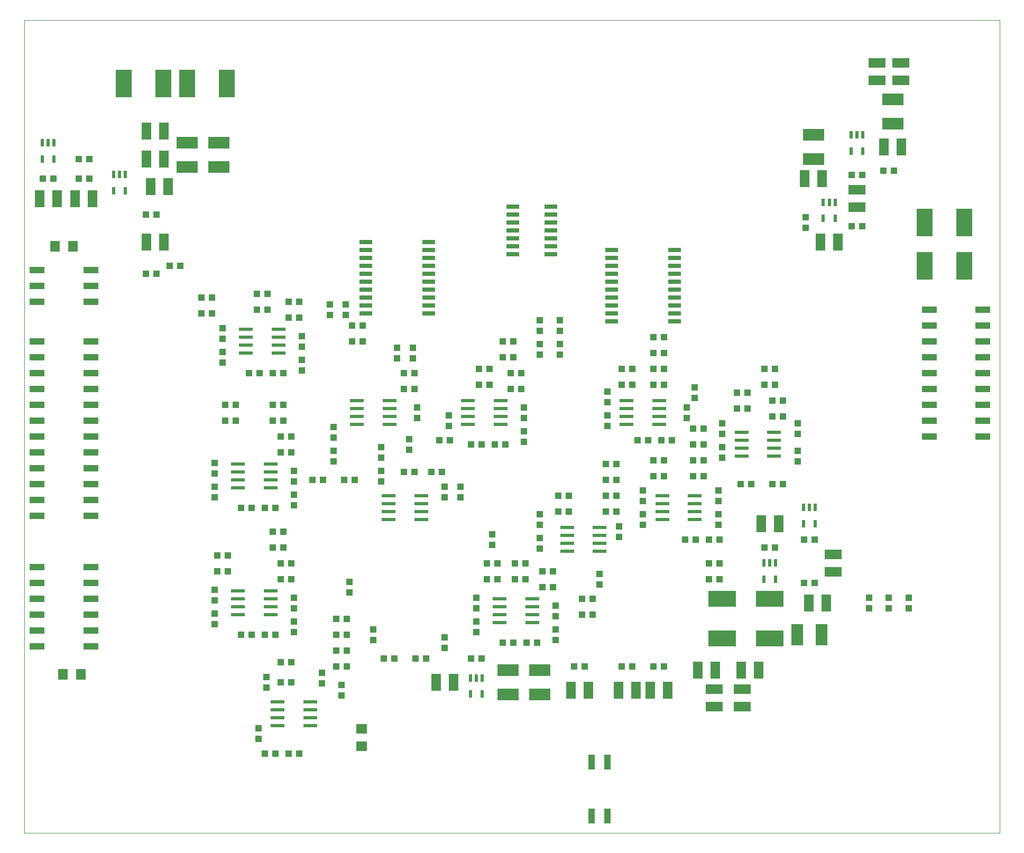
<source format=gtp>
G75*
G70*
%OFA0B0*%
%FSLAX24Y24*%
%IPPOS*%
%LPD*%
%AMOC8*
5,1,8,0,0,1.08239X$1,22.5*
%
%ADD10C,0.0000*%
%ADD11R,0.0433X0.0394*%
%ADD12R,0.0394X0.0433*%
%ADD13R,0.0866X0.0236*%
%ADD14R,0.0800X0.0260*%
%ADD15R,0.0961X0.0445*%
%ADD16R,0.0630X0.1063*%
%ADD17R,0.0445X0.0961*%
%ADD18R,0.0217X0.0472*%
%ADD19R,0.1004X0.1732*%
%ADD20R,0.1339X0.0748*%
%ADD21R,0.1063X0.0630*%
%ADD22R,0.0748X0.1339*%
%ADD23R,0.0710X0.0630*%
%ADD24R,0.0630X0.0710*%
%ADD25R,0.1732X0.1004*%
D10*
X003680Y002180D02*
X003680Y053430D01*
X065180Y053430D01*
X065180Y002180D01*
X003680Y002180D01*
D11*
X018430Y008095D03*
X018430Y008765D03*
X018930Y011345D03*
X018930Y012015D03*
X019845Y011680D03*
X020515Y011680D03*
X022430Y011595D03*
X022430Y012265D03*
X023345Y012680D03*
X024015Y012680D03*
X024015Y013680D03*
X023345Y013680D03*
X023345Y014680D03*
X024015Y014680D03*
X025680Y014345D03*
X025680Y015015D03*
X024180Y017345D03*
X024180Y018015D03*
X020680Y017015D03*
X020680Y016345D03*
X020680Y015515D03*
X020680Y014845D03*
X020515Y018180D03*
X019845Y018180D03*
X019845Y019180D03*
X020515Y019180D03*
X020015Y020180D03*
X019345Y020180D03*
X020680Y022845D03*
X020680Y023515D03*
X020680Y024345D03*
X020680Y025015D03*
X020515Y026180D03*
X019845Y026180D03*
X019845Y027180D03*
X020515Y027180D03*
X020015Y028180D03*
X019345Y028180D03*
X017015Y028180D03*
X016345Y028180D03*
X015680Y025515D03*
X015680Y024845D03*
X015680Y024015D03*
X015680Y023345D03*
X015845Y018680D03*
X016515Y018680D03*
X015680Y017515D03*
X015680Y016845D03*
X015680Y016015D03*
X015680Y015345D03*
X023680Y011515D03*
X023680Y010845D03*
X030180Y013845D03*
X030180Y014515D03*
X032180Y014845D03*
X032180Y015515D03*
X032180Y016345D03*
X032180Y017015D03*
X032845Y018180D03*
X033515Y018180D03*
X034595Y018180D03*
X035265Y018180D03*
X036345Y017680D03*
X037015Y017680D03*
X037015Y018680D03*
X036345Y018680D03*
X036180Y020095D03*
X036180Y020765D03*
X036180Y021595D03*
X036180Y022265D03*
X037345Y022430D03*
X038015Y022430D03*
X040345Y022430D03*
X041015Y022430D03*
X041015Y023430D03*
X040345Y023430D03*
X040345Y024430D03*
X041015Y024430D03*
X042680Y023765D03*
X042680Y023095D03*
X042680Y022265D03*
X042680Y021595D03*
X041180Y021515D03*
X041180Y020845D03*
X039930Y018515D03*
X039930Y017845D03*
X037180Y016515D03*
X037180Y015845D03*
X037180Y015015D03*
X037180Y014345D03*
X038345Y012680D03*
X039015Y012680D03*
X041345Y012680D03*
X042015Y012680D03*
X043345Y012680D03*
X044015Y012680D03*
X046845Y018180D03*
X047515Y018180D03*
X047515Y019180D03*
X046845Y019180D03*
X047430Y021595D03*
X047430Y022265D03*
X047430Y023095D03*
X047430Y023765D03*
X046515Y024680D03*
X045845Y024680D03*
X045845Y025680D03*
X046515Y025680D03*
X047680Y025845D03*
X047680Y026515D03*
X047680Y027345D03*
X046515Y026680D03*
X045845Y026680D03*
X045430Y028345D03*
X045430Y029015D03*
X045930Y029595D03*
X045930Y030265D03*
X044015Y030430D03*
X043345Y030430D03*
X043345Y031430D03*
X044015Y031430D03*
X044015Y032430D03*
X043345Y032430D03*
X042015Y030430D03*
X041345Y030430D03*
X040430Y030015D03*
X040430Y029345D03*
X040430Y028515D03*
X040430Y027845D03*
X043345Y024680D03*
X044015Y024680D03*
X047680Y028015D03*
X048595Y028930D03*
X049265Y028930D03*
X050845Y028430D03*
X051515Y028430D03*
X052430Y028015D03*
X052430Y027345D03*
X052430Y026265D03*
X052430Y025595D03*
X051515Y029430D03*
X050845Y029430D03*
X051015Y030430D03*
X050345Y030430D03*
X052845Y020680D03*
X053515Y020680D03*
X051015Y020180D03*
X050345Y020180D03*
X052845Y017930D03*
X053515Y017930D03*
X056930Y017015D03*
X056930Y016345D03*
X058180Y016345D03*
X058180Y017015D03*
X059430Y017015D03*
X059430Y016345D03*
X035180Y026845D03*
X035180Y027515D03*
X035180Y028345D03*
X035180Y029015D03*
X035015Y030180D03*
X034345Y030180D03*
X034345Y031180D03*
X035015Y031180D03*
X034515Y032180D03*
X033845Y032180D03*
X033015Y030430D03*
X032345Y030430D03*
X030430Y028515D03*
X030430Y027845D03*
X028430Y028345D03*
X028430Y029015D03*
X028265Y030180D03*
X027595Y030180D03*
X027595Y031180D03*
X028265Y031180D03*
X027180Y032095D03*
X027180Y032765D03*
X025015Y033180D03*
X024345Y033180D03*
X021180Y032845D03*
X021180Y033515D03*
X021180Y032015D03*
X021180Y031345D03*
X021015Y034680D03*
X020345Y034680D03*
X020345Y035680D03*
X021015Y035680D03*
X019015Y035180D03*
X018345Y035180D03*
X016180Y034015D03*
X016180Y033345D03*
X016180Y032515D03*
X016180Y031845D03*
X015515Y034930D03*
X014845Y034930D03*
X013515Y037930D03*
X012845Y037930D03*
X012015Y037430D03*
X011345Y037430D03*
X011345Y041180D03*
X012015Y041180D03*
X007765Y043430D03*
X007095Y043430D03*
X005515Y043430D03*
X004845Y043430D03*
X023180Y027765D03*
X023180Y027095D03*
X023180Y026265D03*
X023180Y025595D03*
X026180Y025015D03*
X026180Y024345D03*
X027930Y026345D03*
X027930Y027015D03*
X029345Y024930D03*
X030015Y024930D03*
X033180Y021015D03*
X033180Y020345D03*
X032515Y013180D03*
X031845Y013180D03*
X055845Y040430D03*
X056515Y040430D03*
X056515Y043680D03*
X055845Y043680D03*
X057845Y043930D03*
X058515Y043930D03*
D12*
X052930Y041015D03*
X052930Y040345D03*
X044015Y033430D03*
X043345Y033430D03*
X042015Y031430D03*
X041345Y031430D03*
X037430Y032345D03*
X037430Y033015D03*
X037430Y033845D03*
X037430Y034515D03*
X036180Y034515D03*
X036180Y033845D03*
X036180Y033015D03*
X036180Y032345D03*
X034515Y033180D03*
X033845Y033180D03*
X033015Y031430D03*
X032345Y031430D03*
X028180Y032095D03*
X028180Y032765D03*
X025015Y034180D03*
X024345Y034180D03*
X023930Y034845D03*
X023930Y035515D03*
X022930Y035515D03*
X022930Y034845D03*
X019015Y036180D03*
X018345Y036180D03*
X015515Y035930D03*
X014845Y035930D03*
X017845Y031180D03*
X018515Y031180D03*
X019345Y031180D03*
X020015Y031180D03*
X020015Y029180D03*
X019345Y029180D03*
X017015Y029180D03*
X016345Y029180D03*
X021845Y024430D03*
X022515Y024430D03*
X023845Y024430D03*
X024515Y024430D03*
X026180Y025845D03*
X026180Y026515D03*
X027595Y024930D03*
X028265Y024930D03*
X030180Y024015D03*
X030180Y023345D03*
X031180Y023345D03*
X031180Y024015D03*
X031845Y026680D03*
X032515Y026680D03*
X033345Y026680D03*
X034015Y026680D03*
X030515Y026930D03*
X029845Y026930D03*
X037345Y023430D03*
X038015Y023430D03*
X040345Y025430D03*
X041015Y025430D03*
X042345Y026930D03*
X043015Y026930D03*
X043845Y026930D03*
X044515Y026930D03*
X045845Y027680D03*
X046515Y027680D03*
X048595Y029930D03*
X049265Y029930D03*
X050345Y031430D03*
X051015Y031430D03*
X044015Y025680D03*
X043345Y025680D03*
X045345Y020680D03*
X046015Y020680D03*
X046845Y020680D03*
X047515Y020680D03*
X048845Y024180D03*
X049515Y024180D03*
X050845Y024180D03*
X051515Y024180D03*
X039515Y016930D03*
X038845Y016930D03*
X038845Y015930D03*
X039515Y015930D03*
X036015Y014180D03*
X035345Y014180D03*
X034515Y014180D03*
X033845Y014180D03*
X029015Y013180D03*
X028345Y013180D03*
X027015Y013180D03*
X026345Y013180D03*
X024015Y015680D03*
X023345Y015680D03*
X020515Y012930D03*
X019845Y012930D03*
X019515Y014680D03*
X018845Y014680D03*
X018015Y014680D03*
X017345Y014680D03*
X016515Y019680D03*
X015845Y019680D03*
X017345Y022680D03*
X018015Y022680D03*
X018845Y022680D03*
X019515Y022680D03*
X019345Y021180D03*
X020015Y021180D03*
X032845Y019180D03*
X033515Y019180D03*
X034595Y019180D03*
X035265Y019180D03*
X021015Y007180D03*
X020345Y007180D03*
X019515Y007180D03*
X018845Y007180D03*
X007765Y044680D03*
X007095Y044680D03*
D13*
X017656Y033930D03*
X017656Y033430D03*
X017656Y032930D03*
X017656Y032430D03*
X019704Y032430D03*
X019704Y032930D03*
X019704Y033430D03*
X019704Y033930D03*
X024656Y029430D03*
X024656Y028930D03*
X024656Y028430D03*
X024656Y027930D03*
X026704Y027930D03*
X026704Y028430D03*
X026704Y028930D03*
X026704Y029430D03*
X031656Y029430D03*
X031656Y028930D03*
X031656Y028430D03*
X031656Y027930D03*
X033704Y027930D03*
X033704Y028430D03*
X033704Y028930D03*
X033704Y029430D03*
X028704Y023430D03*
X028704Y022930D03*
X028704Y022430D03*
X028704Y021930D03*
X026656Y021930D03*
X026656Y022430D03*
X026656Y022930D03*
X026656Y023430D03*
X019204Y023930D03*
X019204Y024430D03*
X019204Y024930D03*
X019204Y025430D03*
X017156Y025430D03*
X017156Y024930D03*
X017156Y024430D03*
X017156Y023930D03*
X017156Y017430D03*
X017156Y016930D03*
X017156Y016430D03*
X017156Y015930D03*
X019204Y015930D03*
X019204Y016430D03*
X019204Y016930D03*
X019204Y017430D03*
X019656Y010430D03*
X019656Y009930D03*
X019656Y009430D03*
X019656Y008930D03*
X021704Y008930D03*
X021704Y009430D03*
X021704Y009930D03*
X021704Y010430D03*
X033656Y015430D03*
X033656Y015930D03*
X033656Y016430D03*
X033656Y016930D03*
X035704Y016930D03*
X035704Y016430D03*
X035704Y015930D03*
X035704Y015430D03*
X037906Y019930D03*
X037906Y020430D03*
X037906Y020930D03*
X037906Y021430D03*
X039954Y021430D03*
X039954Y020930D03*
X039954Y020430D03*
X039954Y019930D03*
X043906Y021930D03*
X043906Y022430D03*
X043906Y022930D03*
X043906Y023430D03*
X045954Y023430D03*
X045954Y022930D03*
X045954Y022430D03*
X045954Y021930D03*
X048906Y025930D03*
X048906Y026430D03*
X048906Y026930D03*
X048906Y027430D03*
X050954Y027430D03*
X050954Y026930D03*
X050954Y026430D03*
X050954Y025930D03*
X043704Y027930D03*
X043704Y028430D03*
X043704Y028930D03*
X043704Y029430D03*
X041656Y029430D03*
X041656Y028930D03*
X041656Y028430D03*
X041656Y027930D03*
D14*
X040700Y034430D03*
X040700Y034930D03*
X040700Y035430D03*
X040700Y035930D03*
X040700Y036430D03*
X040700Y036930D03*
X040700Y037430D03*
X040700Y037930D03*
X040700Y038430D03*
X040700Y038930D03*
X036890Y038680D03*
X036890Y039180D03*
X036890Y039680D03*
X036890Y040180D03*
X036890Y040680D03*
X036890Y041180D03*
X036890Y041680D03*
X034470Y041680D03*
X034470Y041180D03*
X034470Y040680D03*
X034470Y040180D03*
X034470Y039680D03*
X034470Y039180D03*
X034470Y038680D03*
X029160Y038430D03*
X029160Y037930D03*
X029160Y037430D03*
X029160Y036930D03*
X029160Y036430D03*
X029160Y035930D03*
X029160Y035430D03*
X029160Y034930D03*
X025200Y034930D03*
X025200Y035430D03*
X025200Y035930D03*
X025200Y036430D03*
X025200Y036930D03*
X025200Y037430D03*
X025200Y037930D03*
X025200Y038430D03*
X025200Y038930D03*
X025200Y039430D03*
X029160Y039430D03*
X029160Y038930D03*
X044660Y038930D03*
X044660Y038430D03*
X044660Y037930D03*
X044660Y037430D03*
X044660Y036930D03*
X044660Y036430D03*
X044660Y035930D03*
X044660Y035430D03*
X044660Y034930D03*
X044660Y034430D03*
D15*
X060737Y034180D03*
X060737Y035180D03*
X060737Y033180D03*
X060737Y032180D03*
X060737Y031180D03*
X060737Y030180D03*
X060737Y029180D03*
X060737Y028180D03*
X060737Y027180D03*
X064123Y027180D03*
X064123Y028180D03*
X064123Y029180D03*
X064123Y030180D03*
X064123Y031180D03*
X064123Y032180D03*
X064123Y033180D03*
X064123Y034180D03*
X064123Y035180D03*
X007873Y035680D03*
X007873Y036680D03*
X007873Y037680D03*
X004487Y037680D03*
X004487Y036680D03*
X004487Y035680D03*
X004487Y033180D03*
X004487Y032180D03*
X004487Y031180D03*
X004487Y030180D03*
X004487Y029180D03*
X004487Y028180D03*
X004487Y027180D03*
X004487Y026180D03*
X004487Y025180D03*
X004487Y024180D03*
X004487Y023180D03*
X004487Y022180D03*
X007873Y022180D03*
X007873Y023180D03*
X007873Y024180D03*
X007873Y025180D03*
X007873Y026180D03*
X007873Y027180D03*
X007873Y028180D03*
X007873Y029180D03*
X007873Y030180D03*
X007873Y031180D03*
X007873Y032180D03*
X007873Y033180D03*
X007873Y018930D03*
X007873Y017930D03*
X007873Y016930D03*
X007873Y015930D03*
X007873Y014930D03*
X007873Y013930D03*
X004487Y013930D03*
X004487Y014930D03*
X004487Y015930D03*
X004487Y016930D03*
X004487Y017930D03*
X004487Y018930D03*
D16*
X011379Y039430D03*
X012481Y039430D03*
X012731Y042930D03*
X011629Y042930D03*
X011379Y044680D03*
X012481Y044680D03*
X012481Y046430D03*
X011379Y046430D03*
X007981Y042180D03*
X006879Y042180D03*
X005731Y042180D03*
X004629Y042180D03*
X029629Y011680D03*
X030731Y011680D03*
X038129Y011180D03*
X039231Y011180D03*
X041129Y011180D03*
X042231Y011180D03*
X043129Y011180D03*
X044231Y011180D03*
X046129Y012430D03*
X047231Y012430D03*
X048879Y012430D03*
X049981Y012430D03*
X053129Y016680D03*
X054231Y016680D03*
X051231Y021680D03*
X050129Y021680D03*
X053879Y039430D03*
X054981Y039430D03*
X053981Y043430D03*
X052879Y043430D03*
X057879Y045430D03*
X058981Y045430D03*
D17*
X040430Y006623D03*
X039430Y006623D03*
X039430Y003237D03*
X040430Y003237D03*
D18*
X032554Y010918D03*
X031806Y010918D03*
X031806Y011942D03*
X032180Y011942D03*
X032554Y011942D03*
X050306Y018168D03*
X051054Y018168D03*
X051054Y019192D03*
X050680Y019192D03*
X050306Y019192D03*
X052806Y021668D03*
X053554Y021668D03*
X053554Y022692D03*
X053180Y022692D03*
X052806Y022692D03*
X054056Y040918D03*
X054804Y040918D03*
X054804Y041942D03*
X054430Y041942D03*
X054056Y041942D03*
X055806Y045168D03*
X056554Y045168D03*
X056554Y046192D03*
X056180Y046192D03*
X055806Y046192D03*
X010054Y043692D03*
X009680Y043692D03*
X009306Y043692D03*
X009306Y042668D03*
X010054Y042668D03*
X005554Y044668D03*
X004806Y044668D03*
X004806Y045692D03*
X005180Y045692D03*
X005554Y045692D03*
D19*
X009930Y049430D03*
X012430Y049430D03*
X013930Y049430D03*
X016430Y049430D03*
X060430Y040680D03*
X062930Y040680D03*
X062930Y037930D03*
X060430Y037930D03*
D20*
X053430Y044662D03*
X053430Y046198D03*
X058430Y046912D03*
X058430Y048448D03*
X015930Y045698D03*
X015930Y044162D03*
X013930Y044162D03*
X013930Y045698D03*
X034180Y012448D03*
X034180Y010912D03*
X036180Y010912D03*
X036180Y012448D03*
D21*
X047180Y011231D03*
X047180Y010129D03*
X048930Y010129D03*
X048930Y011231D03*
X054680Y018629D03*
X054680Y019731D03*
X056180Y041629D03*
X056180Y042731D03*
X057430Y049629D03*
X057430Y050731D03*
X058930Y050731D03*
X058930Y049629D03*
D22*
X053948Y014680D03*
X052412Y014680D03*
D23*
X024930Y008740D03*
X024930Y007620D03*
D24*
X007240Y012180D03*
X006120Y012180D03*
X005620Y039180D03*
X006740Y039180D03*
D25*
X047680Y016930D03*
X047680Y014430D03*
X050680Y014430D03*
X050680Y016930D03*
M02*

</source>
